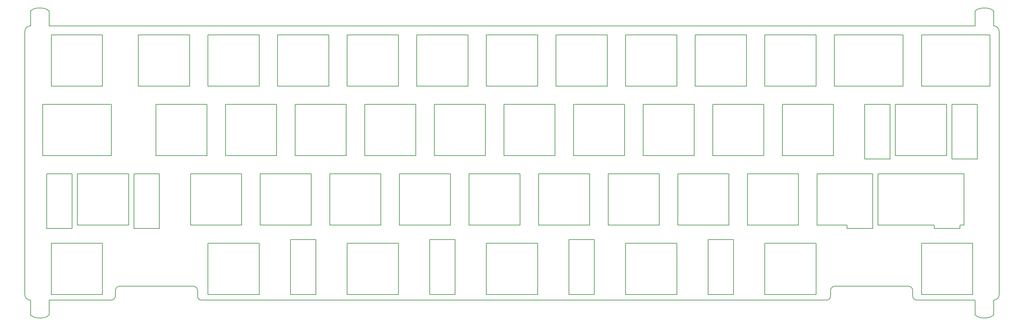
<source format=gbr>
%TF.GenerationSoftware,KiCad,Pcbnew,(7.0.0)*%
%TF.CreationDate,2023-09-11T13:22:16+02:00*%
%TF.ProjectId,kira plate,6b697261-2070-46c6-9174-652e6b696361,rev?*%
%TF.SameCoordinates,Original*%
%TF.FileFunction,Profile,NP*%
%FSLAX46Y46*%
G04 Gerber Fmt 4.6, Leading zero omitted, Abs format (unit mm)*
G04 Created by KiCad (PCBNEW (7.0.0)) date 2023-09-11 13:22:16*
%MOMM*%
%LPD*%
G01*
G04 APERTURE LIST*
%TA.AperFunction,Profile*%
%ADD10C,0.200000*%
%TD*%
G04 APERTURE END LIST*
D10*
X274994250Y-51087500D02*
X267994250Y-51087500D01*
X235600000Y-65087500D02*
X235600000Y-51087500D01*
X102250000Y-51087500D02*
X88250000Y-51087500D01*
X50150000Y-65087500D02*
X64150000Y-65087500D01*
X178737500Y-103187500D02*
X192737500Y-103187500D01*
X273700000Y-46037500D02*
X278462500Y-46037500D01*
X235887500Y-32037500D02*
X235887500Y-46037500D01*
X111775000Y-84137500D02*
X111775000Y-70137500D01*
X20280750Y-70137500D02*
X20280750Y-85137500D01*
X192737500Y-103187500D02*
X192737500Y-89187500D01*
X69200000Y-65087500D02*
X83200000Y-65087500D01*
X97487500Y-46037500D02*
X97487500Y-32037500D01*
X83487500Y-46037500D02*
X97487500Y-46037500D01*
X140350000Y-51087500D02*
X126350000Y-51087500D01*
X259700000Y-32037500D02*
X259700000Y-46037500D01*
X257318750Y-70137500D02*
X247793750Y-70137500D01*
X35575000Y-89187500D02*
X21575000Y-89187500D01*
X44156750Y-85137500D02*
X51156750Y-85137500D01*
X78437500Y-46037500D02*
X78437500Y-32037500D01*
X15887019Y-108839861D02*
X15872885Y-104764634D01*
X154925000Y-84137500D02*
X168925000Y-84137500D01*
X274994250Y-66087500D02*
X274994250Y-51087500D01*
X125087500Y-103187500D02*
X132087500Y-103187500D01*
X97775000Y-84137500D02*
X111775000Y-84137500D01*
X28718750Y-84137500D02*
X42718750Y-84137500D01*
X279448046Y-25442375D02*
X279462180Y-29517602D01*
X64437500Y-46037500D02*
X78437500Y-46037500D01*
X252556250Y-65087500D02*
X266556250Y-65087500D01*
X266556250Y-51087500D02*
X252556250Y-51087500D01*
X256156885Y-100954634D02*
X235963885Y-100954634D01*
X201287500Y-88187500D02*
X201287500Y-103187500D01*
X116537500Y-32037500D02*
X102537500Y-32037500D01*
X233677885Y-104764634D02*
G75*
G03*
X234820885Y-103621634I0J1143000D01*
G01*
X192737500Y-89187500D02*
X178737500Y-89187500D01*
X216550000Y-65087500D02*
X216550000Y-51087500D01*
X154637500Y-32037500D02*
X140637500Y-32037500D01*
X278462500Y-32037500D02*
X273700000Y-32037500D01*
X271318750Y-70137500D02*
X270231750Y-70137500D01*
X86987500Y-88187500D02*
X86987500Y-103187500D01*
X140637500Y-89187500D02*
X140637500Y-103187500D01*
X145400000Y-65087500D02*
X159400000Y-65087500D01*
X193025000Y-70137500D02*
X193025000Y-84137500D01*
X244118250Y-51087500D02*
X244118250Y-66087500D01*
X264462500Y-46037500D02*
X273700000Y-46037500D01*
X116537500Y-46037500D02*
X116537500Y-32037500D01*
X126350000Y-51087500D02*
X126350000Y-65087500D01*
X21575000Y-103187500D02*
X35575000Y-103187500D01*
X159687500Y-46037500D02*
X173687500Y-46037500D01*
X211787500Y-32037500D02*
X197787500Y-32037500D01*
X64150000Y-65087500D02*
X64150000Y-51087500D01*
X235887500Y-46037500D02*
X240650000Y-46037500D01*
X266556250Y-65087500D02*
X266556250Y-51087500D01*
X193025000Y-84137500D02*
X207025000Y-84137500D01*
X254650000Y-32037500D02*
X249887500Y-32037500D01*
X183500000Y-51087500D02*
X183500000Y-65087500D01*
X159400000Y-51087500D02*
X145400000Y-51087500D01*
X19048530Y-109623350D02*
X17778530Y-109623350D01*
X83487500Y-32037500D02*
X83487500Y-46037500D01*
X125087500Y-88187500D02*
X125087500Y-103187500D01*
X173687500Y-32037500D02*
X159687500Y-32037500D01*
X168925000Y-70137500D02*
X154925000Y-70137500D01*
X93987500Y-103187500D02*
X93987500Y-88187500D01*
X274395519Y-108839861D02*
X274381385Y-104764634D01*
X130825000Y-70137500D02*
X116825000Y-70137500D01*
X230837500Y-46037500D02*
X230837500Y-32037500D01*
X270231750Y-84137500D02*
X271318750Y-84137500D01*
X207025000Y-84137500D02*
X207025000Y-70137500D01*
X277557030Y-109623377D02*
G75*
G03*
X279448541Y-108839861I-45J2675043D01*
G01*
X20940041Y-108839861D02*
X20952885Y-104764634D01*
X257299885Y-103621634D02*
G75*
G03*
X258442885Y-104764634I1143000J0D01*
G01*
X37956250Y-65087500D02*
X37956250Y-51087500D01*
X279448541Y-108839861D02*
X279461385Y-104764634D01*
X271318750Y-84137500D02*
X271318750Y-70137500D01*
X116825000Y-84137500D02*
X130825000Y-84137500D01*
X59675000Y-84137500D02*
X73675000Y-84137500D01*
X273700000Y-89187500D02*
X259700000Y-89187500D01*
X178737500Y-32037500D02*
X178737500Y-46037500D01*
X173975000Y-84137500D02*
X187975000Y-84137500D01*
X130825000Y-84137500D02*
X130825000Y-70137500D01*
X44156750Y-70137500D02*
X44156750Y-85137500D01*
X192737500Y-46037500D02*
X192737500Y-32037500D01*
X50150000Y-51087500D02*
X50150000Y-65087500D01*
X111775000Y-70137500D02*
X97775000Y-70137500D01*
X78437500Y-89187500D02*
X64437500Y-89187500D01*
X140637500Y-46037500D02*
X154637500Y-46037500D01*
X19048530Y-109623377D02*
G75*
G03*
X20940041Y-108839861I-45J2675043D01*
G01*
X263231750Y-85137500D02*
X270231750Y-85137500D01*
X212075000Y-84137500D02*
X226075000Y-84137500D01*
X59675000Y-70137500D02*
X59675000Y-84137500D01*
X64150000Y-51087500D02*
X50150000Y-51087500D01*
X78725000Y-70137500D02*
X78725000Y-84137500D01*
X230837500Y-103187500D02*
X230837500Y-89187500D01*
X258442885Y-104764634D02*
X274381385Y-104764634D01*
X249887500Y-46037500D02*
X254650000Y-46037500D01*
X231125000Y-84137500D02*
X239355750Y-84137500D01*
X234820885Y-102097634D02*
X234820885Y-103621634D01*
X88250000Y-51087500D02*
X88250000Y-65087500D01*
X19193750Y-65087500D02*
X23956250Y-65087500D01*
X251118250Y-51087500D02*
X244118250Y-51087500D01*
X164450000Y-51087500D02*
X164450000Y-65087500D01*
X20952885Y-29517134D02*
X274382180Y-29517602D01*
X168925000Y-84137500D02*
X168925000Y-70137500D01*
X135875000Y-70137500D02*
X135875000Y-84137500D01*
X278462500Y-46037500D02*
X278462500Y-32037500D01*
X230837500Y-32037500D02*
X216837500Y-32037500D01*
X51156750Y-70137500D02*
X44156750Y-70137500D01*
X197500000Y-51087500D02*
X183500000Y-51087500D01*
X212075000Y-70137500D02*
X212075000Y-84137500D01*
X121587500Y-32037500D02*
X121587500Y-46037500D01*
X83200000Y-65087500D02*
X83200000Y-51087500D01*
X140637500Y-103187500D02*
X154637500Y-103187500D01*
X20938756Y-25441902D02*
G75*
G03*
X19047240Y-24658418I-1891471J-1891432D01*
G01*
X257299885Y-102097634D02*
X257299885Y-103621634D01*
X178450000Y-51087500D02*
X164450000Y-51087500D01*
X249887500Y-32037500D02*
X240650000Y-32037500D01*
X15887014Y-108839866D02*
G75*
G03*
X17778530Y-109623350I1891471J1891432D01*
G01*
X207025000Y-70137500D02*
X193025000Y-70137500D01*
X279461385Y-104764633D02*
G75*
G03*
X280985384Y-103240634I-65200J1589199D01*
G01*
X276286535Y-24658886D02*
X277556535Y-24658886D01*
X235963885Y-100954634D02*
G75*
G03*
X234820885Y-102097634I0J-1143000D01*
G01*
X62718608Y-104764634D02*
X233677885Y-104764634D01*
X239355750Y-84137500D02*
X239355750Y-85137500D01*
X257299885Y-102097634D02*
G75*
G03*
X256156885Y-100954634I-1143000J0D01*
G01*
X216837500Y-89187500D02*
X216837500Y-103187500D01*
X154637500Y-89187500D02*
X140637500Y-89187500D01*
X61575585Y-103621634D02*
G75*
G03*
X62718608Y-104764634I1143000J0D01*
G01*
X107300000Y-51087500D02*
X107300000Y-65087500D01*
X126350000Y-65087500D02*
X140350000Y-65087500D01*
X132087500Y-88187500D02*
X125087500Y-88187500D01*
X59387500Y-32037500D02*
X45387500Y-32037500D01*
X216550000Y-51087500D02*
X202550000Y-51087500D01*
X159687500Y-32037500D02*
X159687500Y-46037500D01*
X92725000Y-84137500D02*
X92725000Y-70137500D01*
X64437500Y-103187500D02*
X78437500Y-103187500D01*
X231125000Y-70137500D02*
X231125000Y-84137500D01*
X23956250Y-65087500D02*
X33193750Y-65087500D01*
X33193750Y-51087500D02*
X23956250Y-51087500D01*
X197787500Y-32037500D02*
X197787500Y-46037500D01*
X61575585Y-102097634D02*
G75*
G03*
X60432608Y-100954634I-1143000J0D01*
G01*
X221600000Y-51087500D02*
X221600000Y-65087500D01*
X97775000Y-70137500D02*
X97775000Y-84137500D01*
X88250000Y-65087500D02*
X102250000Y-65087500D01*
X247793750Y-70137500D02*
X247793750Y-84137500D01*
X178737500Y-89187500D02*
X178737500Y-103187500D01*
X270231750Y-70137500D02*
X263231750Y-70137500D01*
X183500000Y-65087500D02*
X197500000Y-65087500D01*
X239355750Y-70137500D02*
X231125000Y-70137500D01*
X216837500Y-32037500D02*
X216837500Y-46037500D01*
X45387500Y-32037500D02*
X45387500Y-46037500D01*
X73675000Y-70137500D02*
X59675000Y-70137500D01*
X78437500Y-103187500D02*
X78437500Y-89187500D01*
X121300000Y-51087500D02*
X107300000Y-51087500D01*
X97487500Y-32037500D02*
X83487500Y-32037500D01*
X23956250Y-51087500D02*
X19193750Y-51087500D01*
X277557030Y-109623350D02*
X276287030Y-109623350D01*
X173975000Y-70137500D02*
X173975000Y-84137500D01*
X39096608Y-102097634D02*
X39096608Y-103621634D01*
X187975000Y-70137500D02*
X173975000Y-70137500D01*
X83200000Y-51087500D02*
X69200000Y-51087500D01*
X21575000Y-89187500D02*
X21575000Y-103187500D01*
X263231750Y-70137500D02*
X261793750Y-70137500D01*
X240650000Y-32037500D02*
X235887500Y-32037500D01*
X273700000Y-103187500D02*
X273700000Y-89187500D01*
X279448060Y-25442361D02*
G75*
G03*
X277556535Y-24658886I-1891475J-1891473D01*
G01*
X154925000Y-70137500D02*
X154925000Y-84137500D01*
X211787500Y-46037500D02*
X211787500Y-32037500D01*
X154637500Y-103187500D02*
X154637500Y-89187500D01*
X37953608Y-104764657D02*
G75*
G03*
X39096608Y-103621634I-23J1143023D01*
G01*
X163187500Y-88187500D02*
X163187500Y-103187500D01*
X15885729Y-25441907D02*
X15872885Y-29517134D01*
X216837500Y-46037500D02*
X230837500Y-46037500D01*
X86987500Y-103187500D02*
X93987500Y-103187500D01*
X37953608Y-104764634D02*
X20952885Y-104764634D01*
X267994250Y-66087500D02*
X274994250Y-66087500D01*
X270231750Y-85137500D02*
X270231750Y-84137500D01*
X59387500Y-46037500D02*
X59387500Y-32037500D01*
X19193750Y-51087500D02*
X19193750Y-65087500D01*
X280986118Y-31105102D02*
G75*
G03*
X279462180Y-29517603I-1588233J568D01*
G01*
X102537500Y-32037500D02*
X102537500Y-46037500D01*
X273700000Y-32037500D02*
X264462500Y-32037500D01*
X145400000Y-51087500D02*
X145400000Y-65087500D01*
X202550000Y-51087500D02*
X202550000Y-65087500D01*
X221600000Y-65087500D02*
X235600000Y-65087500D01*
X170187500Y-88187500D02*
X163187500Y-88187500D01*
X202550000Y-65087500D02*
X216550000Y-65087500D01*
X230837500Y-89187500D02*
X216837500Y-89187500D01*
X197500000Y-65087500D02*
X197500000Y-51087500D01*
X251118250Y-66087500D02*
X251118250Y-51087500D01*
X73675000Y-84137500D02*
X73675000Y-70137500D01*
X15878000Y-29522249D02*
G75*
G03*
X14290500Y-31109752I-5115J-1582385D01*
G01*
X149875000Y-70137500D02*
X135875000Y-70137500D01*
X45387500Y-46037500D02*
X59387500Y-46037500D01*
X208287500Y-103187500D02*
X208287500Y-88187500D01*
X135875000Y-84137500D02*
X149875000Y-84137500D01*
X17777240Y-24658391D02*
G75*
G03*
X15885729Y-25441907I45J-2675043D01*
G01*
X35575000Y-46037500D02*
X35575000Y-32037500D01*
X42718750Y-70137500D02*
X28718750Y-70137500D01*
X164450000Y-65087500D02*
X178450000Y-65087500D01*
X116537500Y-89187500D02*
X102537500Y-89187500D01*
X135587500Y-32037500D02*
X121587500Y-32037500D01*
X60432608Y-100954634D02*
X40239608Y-100954634D01*
X102537500Y-103187500D02*
X116537500Y-103187500D01*
X92725000Y-70137500D02*
X78725000Y-70137500D01*
X259700000Y-89187500D02*
X259700000Y-103187500D01*
X246355750Y-70137500D02*
X245125000Y-70137500D01*
X274395024Y-25442375D02*
X274382180Y-29517602D01*
X28718750Y-70137500D02*
X28718750Y-84137500D01*
X261793750Y-70137500D02*
X257318750Y-70137500D01*
X245125000Y-70137500D02*
X239355750Y-70137500D01*
X259700000Y-103187500D02*
X273700000Y-103187500D01*
X21575000Y-46037500D02*
X35575000Y-46037500D01*
X201287500Y-103187500D02*
X208287500Y-103187500D01*
X280986180Y-31105102D02*
X280985385Y-103240634D01*
X254650000Y-46037500D02*
X254650000Y-32037500D01*
X14285385Y-103240634D02*
X14290500Y-31109752D01*
X20280750Y-85137500D02*
X27280750Y-85137500D01*
X14285431Y-103240632D02*
G75*
G03*
X15872885Y-104764634I1588054J65398D01*
G01*
X192737500Y-32037500D02*
X178737500Y-32037500D01*
X276286535Y-24658865D02*
G75*
G03*
X274395025Y-25442376I50J-2675069D01*
G01*
X159400000Y-65087500D02*
X159400000Y-51087500D01*
X17777240Y-24658418D02*
X19047240Y-24658418D01*
X208287500Y-88187500D02*
X201287500Y-88187500D01*
X197787500Y-46037500D02*
X211787500Y-46037500D01*
X61575608Y-102097634D02*
X61575608Y-103621634D01*
X69200000Y-51087500D02*
X69200000Y-65087500D01*
X102537500Y-46037500D02*
X116537500Y-46037500D01*
X259700000Y-46037500D02*
X264462500Y-46037500D01*
X240650000Y-46037500D02*
X249887500Y-46037500D01*
X121587500Y-46037500D02*
X135587500Y-46037500D01*
X257318750Y-84137500D02*
X261793750Y-84137500D01*
X140350000Y-65087500D02*
X140350000Y-51087500D01*
X64437500Y-89187500D02*
X64437500Y-103187500D01*
X21575000Y-32037500D02*
X21575000Y-46037500D01*
X140637500Y-32037500D02*
X140637500Y-46037500D01*
X42718750Y-84137500D02*
X42718750Y-70137500D01*
X178450000Y-65087500D02*
X178450000Y-51087500D01*
X102250000Y-65087500D02*
X102250000Y-51087500D01*
X121300000Y-65087500D02*
X121300000Y-51087500D01*
X78725000Y-84137500D02*
X92725000Y-84137500D01*
X263231750Y-84137500D02*
X263231750Y-85137500D01*
X154637500Y-46037500D02*
X154637500Y-32037500D01*
X261793750Y-84137500D02*
X263231750Y-84137500D01*
X51156750Y-85137500D02*
X51156750Y-70137500D01*
X27280750Y-70137500D02*
X20280750Y-70137500D01*
X170187500Y-103187500D02*
X170187500Y-88187500D01*
X173687500Y-46037500D02*
X173687500Y-32037500D01*
X35575000Y-103187500D02*
X35575000Y-89187500D01*
X267994250Y-51087500D02*
X267994250Y-66087500D01*
X116537500Y-103187500D02*
X116537500Y-89187500D01*
X247793750Y-84137500D02*
X257318750Y-84137500D01*
X35575000Y-32037500D02*
X21575000Y-32037500D01*
X78437500Y-32037500D02*
X64437500Y-32037500D01*
X102537500Y-89187500D02*
X102537500Y-103187500D01*
X274395514Y-108839866D02*
G75*
G03*
X276287030Y-109623350I1891471J1891432D01*
G01*
X163187500Y-103187500D02*
X170187500Y-103187500D01*
X235600000Y-51087500D02*
X221600000Y-51087500D01*
X226075000Y-84137500D02*
X226075000Y-70137500D01*
X226075000Y-70137500D02*
X212075000Y-70137500D01*
X178737500Y-46037500D02*
X192737500Y-46037500D01*
X135587500Y-46037500D02*
X135587500Y-32037500D01*
X132087500Y-103187500D02*
X132087500Y-88187500D01*
X27280750Y-85137500D02*
X27280750Y-70137500D01*
X264462500Y-32037500D02*
X259700000Y-32037500D01*
X37956250Y-51087500D02*
X33193750Y-51087500D01*
X216837500Y-103187500D02*
X230837500Y-103187500D01*
X20938751Y-25441907D02*
X20952885Y-29517134D01*
X187975000Y-84137500D02*
X187975000Y-70137500D01*
X40239608Y-100954657D02*
G75*
G03*
X39096608Y-102097634I-23J-1142977D01*
G01*
X64437500Y-32037500D02*
X64437500Y-46037500D01*
X252556250Y-51087500D02*
X252556250Y-65087500D01*
X116825000Y-70137500D02*
X116825000Y-84137500D01*
X244118250Y-66087500D02*
X251118250Y-66087500D01*
X239355750Y-85137500D02*
X246355750Y-85137500D01*
X149875000Y-84137500D02*
X149875000Y-70137500D01*
X107300000Y-65087500D02*
X121300000Y-65087500D01*
X246355750Y-85137500D02*
X246355750Y-70137500D01*
X93987500Y-88187500D02*
X86987500Y-88187500D01*
X33193750Y-65087500D02*
X37956250Y-65087500D01*
M02*

</source>
